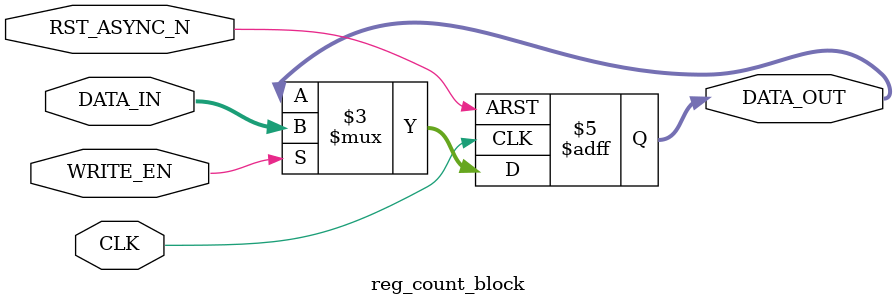
<source format=v>
/*-----------------------------------------------------------------------------------
* File: reg_count_block.v
* Date generated: 25/03/2023
* Date modified: 10/05/2023
* Author: Bruna Suemi Nagai
* Description: Stores the counter to control which block will be processed
*----------------------------------------------------------------------------------- */

module reg_count_block (
    CLK,
    RST_ASYNC_N, 
    WRITE_EN,
    DATA_IN,  
    DATA_OUT
);


// ------------------------------------------
// IO declaration
// ------------------------------------------
    input CLK;                              // Clock
    input RST_ASYNC_N;						// Asynchronous reset
    input WRITE_EN;							// Enables writing
    input signed [3:0] DATA_IN;			// Data in
    output reg signed [3:0] DATA_OUT;	    // Data out
    

// ------------------------------------------
// Sequential logic
// ------------------------------------------
always @(posedge CLK, negedge RST_ASYNC_N) begin
if (!RST_ASYNC_N)                        // If rst async is low
    begin
            DATA_OUT <= 4'b0;
    end
    
    else if (WRITE_EN) 		 			    // If write enable is high
    begin
        DATA_OUT <= DATA_IN; 			    // Write data to the register at the specified address
    end 
end

endmodule // reg_count_block
    
</source>
